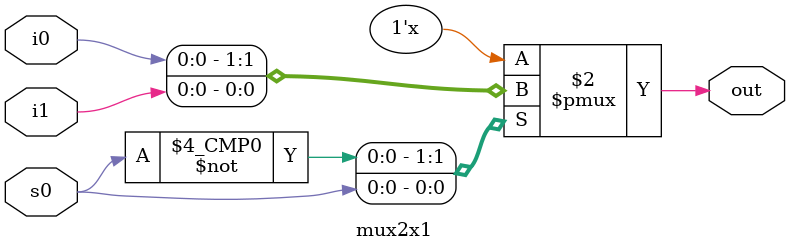
<source format=v>
module logic_gates_mux2x1(input a,b, output y0,y1,y2,y3,y4,y5,y6);
mux2x1 and1(1'b0,a,b,y0);
mux2x1 or1(a,1'b1,b,y1);
mux2x1 not1(1'b1,1'b0,b,y2);
mux2x1 nand1(1'b1,~a,b,y3);
mux2x1 nor1(~a,1'b0,b,y4);
mux2x1 exor1(a,~a,b,y5);
mux2x1 exnor1(~a,a,b,y6);
endmodule
module mux2x1(input i0,i1,s0, output reg out ); 
	always @(*) begin
		case(s0)
		0 : out = i0;
		1 : out = i1;
		endcase
	end
endmodule


</source>
